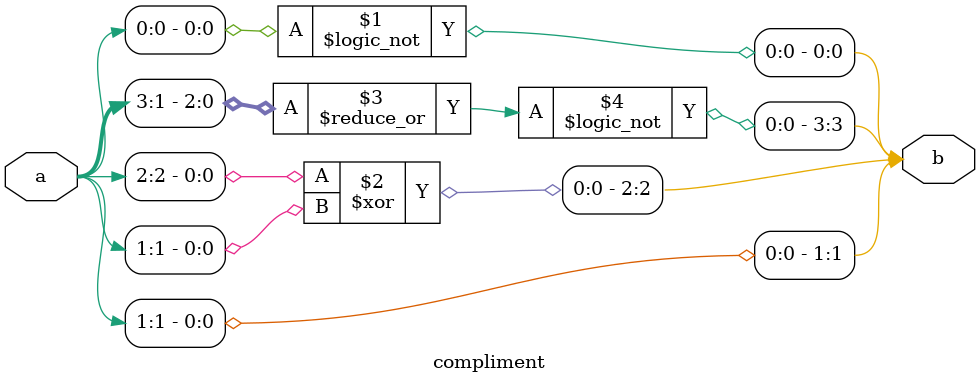
<source format=sv>
module compliment(
  input[3:0] a,
  output[3:0] b
);
  assign b[0] = !a[0];
  assign b[1] = a[1];
  assign b[2] = a[2]^a[1];
  assign b[3] = ~|a[3:1];
  
endmodule

</source>
